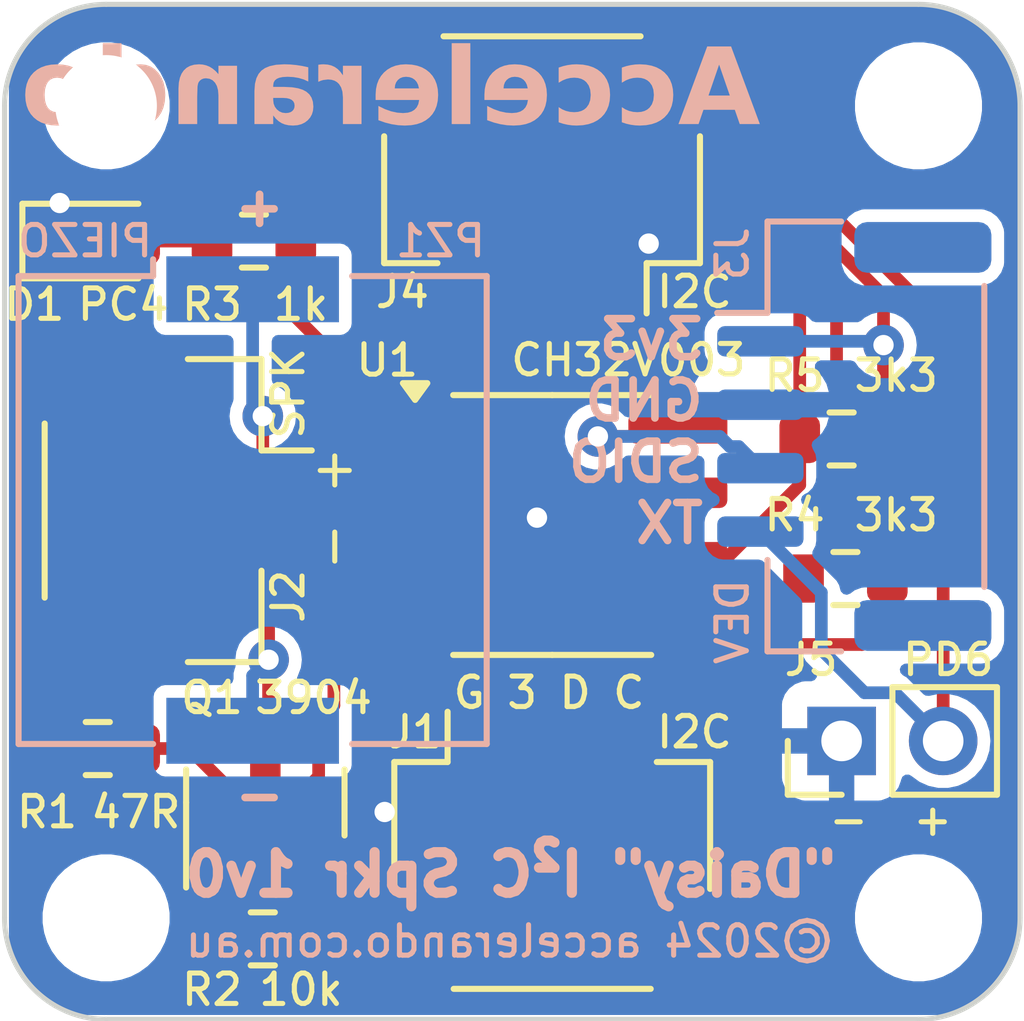
<source format=kicad_pcb>
(kicad_pcb (version 20240108) (generator "pcbnew") (generator_version "8.0")
  (layers (0 "F.Cu" signal) (31 "B.Cu" signal) (34 "B.Paste" user) (35 "F.Paste" user) (36 "B.SilkS" user "B.Silkscreen") (37 "F.SilkS" user "F.Silkscreen") (38 "B.Mask" user) (39 "F.Mask" user) (44 "Edge.Cuts" user))
  (net 0 "")
  (net 1 "GND")
  (net 2 "/SDA")
  (net 3 "/SCL")
  (net 4 "+3V3")
  (net 5 "/SPKR-")
  (net 6 "/AUDIO")
  (net 7 "/LED")
  (net 8 "/TX")
  (net 9 "/SDIO")
  (net 10 "/BASE")
  (net 11 "/LEDA")
  (footprint "Accelerando:MountingHole_2.0mm" (layer "F.Cu") (at 101.914214 82.085786)
    (property "Reference" "H1" (hide yes))
    (property "Value" "MountingHole" (hide yes))
    (pad "" np_thru_hole circle (at 0 0) (size 2 2) (drill 2) (layers "F&B.Cu" "*.Mask"))
  )
  (footprint "Resistor_SMD:R_0603_1608Metric" (layer "F.Cu") (at 101.75 94.75)
    (property "Reference" "R1" (at -1 1.25 360) (layer "F.SilkS") (effects (font (size 0.6 0.6) (thickness 0.1))))
    (property "Value" "47R" (at 0.75 1.25 360) (layer "F.SilkS") (effects (font (size 0.6 0.6) (thickness 0.1))))
    (fp_line (start -0.237258 -0.5225) (end 0.237258 -0.5225) (stroke (width 0.12)) (layer "F.SilkS"))
    (fp_line (start -0.237258 0.5225) (end 0.237258 0.5225) (stroke (width 0.12)) (layer "F.SilkS"))
    (pad "1" smd roundrect (at -0.825 0) (size 0.8 0.95) (layers "F.Cu" "F.Paste" "F.Mask") (net 10 "/BASE"))
    (pad "2" smd roundrect (at 0.825 0) (size 0.8 0.95) (layers "F.Cu" "F.Paste" "F.Mask") (net 6 "/AUDIO"))
  )
  (footprint "Connector_JST:JST_SH_SM04B-SRSS-TB_1x04-1MP_P1.00mm_Horizontal" (layer "F.Cu") (at 110.5 83.4 180)
    (property "Reference" "J4" (at 2.75 -2.35 180) (layer "F.SilkS") (effects (font (size 0.6 0.6) (thickness 0.1))))
    (property "Value" "I2C" (at -3 -2.35 180) (layer "F.SilkS") (effects (font (size 0.6 0.6) (thickness 0.1))))
    (fp_line (start 3.11 0.715) (end 3.11 -1.785) (stroke (width 0.12)) (layer "F.SilkS"))
    (fp_line (start 3.11 -1.785) (end 2.06 -1.785) (stroke (width 0.12)) (layer "F.SilkS"))
    (fp_line (start -1.94 2.685) (end 1.94 2.685) (stroke (width 0.12)) (layer "F.SilkS"))
    (fp_line (start -2.06 -1.785) (end -2.06 -2.775) (stroke (width 0.12)) (layer "F.SilkS"))
    (fp_line (start -3.11 0.715) (end -3.11 -1.785) (stroke (width 0.12)) (layer "F.SilkS"))
    (fp_line (start -3.11 -1.785) (end -2.06 -1.785) (stroke (width 0.12)) (layer "F.SilkS"))
    (pad "1" smd roundrect (at -1.5 -2 180) (size 0.6 1.55) (layers "F.Cu" "F.Paste" "F.Mask") (net 1 "GND"))
    (pad "2" smd roundrect (at -0.5 -2 180) (size 0.6 1.55) (layers "F.Cu" "F.Paste" "F.Mask") (net 4 "+3V3"))
    (pad "3" smd roundrect (at 0.5 -2 180) (size 0.6 1.55) (layers "F.Cu" "F.Paste" "F.Mask") (net 2 "/SDA"))
    (pad "4" smd roundrect (at 1.5 -2 180) (size 0.6 1.55) (layers "F.Cu" "F.Paste" "F.Mask") (net 3 "/SCL"))
    (pad "MP" smd roundrect (at -2.8 1.875 180) (size 1.2 1.8) (layers "F.Cu" "F.Paste" "F.Mask") (roundrect_rratio 0.208333))
    (pad "MP" smd roundrect (at 2.8 1.875 180) (size 1.2 1.8) (layers "F.Cu" "F.Paste" "F.Mask") (roundrect_rratio 0.208333))
  )
  (footprint "Accelerando:MountingHole_2.0mm" (layer "F.Cu") (at 117.914214 98.085786)
    (property "Reference" "H3" (hide yes))
    (property "Value" "MountingHole" (hide yes))
    (pad "" np_thru_hole circle (at 0 0) (size 2 2) (drill 2) (layers "F&B.Cu" "*.Mask"))
  )
  (footprint "Connector_PinHeader_2.00mm:PinHeader_1x02_P2.00mm_Vertical" (layer "F.Cu") (at 116.4 94.6 90)
    (property "Reference" "J5" (at 1.6 -0.6 0) (layer "F.SilkS") (effects (font (size 0.6 0.6) (thickness 0.1) (bold yes))))
    (property "Value" "PD6" (at 1.6 2.1 0) (layer "F.SilkS") (effects (font (size 0.6 0.6) (thickness 0.1) (bold yes))))
    (fp_line (start -1.06 -1.06) (end 0 -1.06) (stroke (width 0.12)) (layer "F.SilkS"))
    (fp_line (start -1.06 0) (end -1.06 -1.06) (stroke (width 0.12)) (layer "F.SilkS"))
    (fp_line (start 1.06 1) (end 1.06 3.06) (stroke (width 0.12)) (layer "F.SilkS"))
    (fp_line (start -1.06 1) (end 1.06 1) (stroke (width 0.12)) (layer "F.SilkS"))
    (fp_line (start -1.06 1) (end -1.06 3.06) (stroke (width 0.12)) (layer "F.SilkS"))
    (fp_line (start -1.06 3.06) (end 1.06 3.06) (stroke (width 0.12)) (layer "F.SilkS"))
    (pad "1" thru_hole rect (at 0 0 90) (size 1.35 1.35) (drill 0.8) (layers "*.Cu" "*.Mask") (net 1 "GND"))
    (pad "2" thru_hole oval (at 0 2 90) (size 1.35 1.35) (drill 0.8) (layers "*.Cu" "*.Mask") (net 8 "/TX"))
  )
  (footprint "Package_SO:SOIC-8_3.9x4.9mm_P1.27mm" (layer "F.Cu") (at 110.7 90.345)
    (property "Reference" "U1" (at -3.25 -3.245 180) (layer "F.SilkS") (effects (font (size 0.6 0.6) (thickness 0.1))))
    (property "Value" "CH32V003" (at 1.5 -3.25 180) (layer "F.SilkS") (effects (font (size 0.6 0.6) (thickness 0.1))))
    (fp_line (start 0 -2.56) (end -1.95 -2.56) (stroke (width 0.12)) (layer "F.SilkS"))
    (fp_line (start 0 -2.56) (end 1.95 -2.56) (stroke (width 0.12)) (layer "F.SilkS"))
    (fp_line (start 0 2.56) (end -1.95 2.56) (stroke (width 0.12)) (layer "F.SilkS"))
    (fp_line (start 0 2.56) (end 1.95 2.56) (stroke (width 0.12)) (layer "F.SilkS"))
    (fp_poly (pts (xy -2.7 -2.465) (xy -2.94 -2.795) (xy -2.46 -2.795) (xy -2.7 -2.465)) (stroke (width 0.12)) (fill solid) (layer "F.SilkS"))
    (pad "1" smd roundrect (at -2.475 -1.905) (size 1.95 0.6) (layers "F.Cu" "F.Paste" "F.Mask") (net 8 "/TX"))
    (pad "2" smd roundrect (at -2.475 -0.635) (size 1.95 0.6) (layers "F.Cu" "F.Paste" "F.Mask") (net 1 "GND"))
    (pad "3" smd roundrect (at -2.475 0.635) (size 1.95 0.6) (layers "F.Cu" "F.Paste" "F.Mask") (net 6 "/AUDIO"))
    (pad "4" smd roundrect (at -2.475 1.905) (size 1.95 0.6) (layers "F.Cu" "F.Paste" "F.Mask") (net 4 "+3V3"))
    (pad "5" smd roundrect (at 2.475 1.905) (size 1.95 0.6) (layers "F.Cu" "F.Paste" "F.Mask") (net 2 "/SDA"))
    (pad "6" smd roundrect (at 2.475 0.635) (size 1.95 0.6) (layers "F.Cu" "F.Paste" "F.Mask") (net 3 "/SCL"))
    (pad "7" smd roundrect (at 2.475 -0.635) (size 1.95 0.6) (layers "F.Cu" "F.Paste" "F.Mask") (net 7 "/LED"))
    (pad "8" smd roundrect (at 2.475 -1.905) (size 1.95 0.6) (layers "F.Cu" "F.Paste" "F.Mask") (net 9 "/SDIO"))
  )
  (footprint "LED_SMD:LED_0603_1608Metric" (layer "F.Cu") (at 101.75 84.75)
    (property "Reference" "D1" (at -1.25 1.25 360) (layer "F.SilkS") (effects (font (size 0.6 0.6) (thickness 0.1))))
    (property "Value" "PC4" (at 0.5 1.25 360) (layer "F.SilkS") (effects (font (size 0.6 0.6) (thickness 0.1))))
    (fp_line (start -1.485 -0.735) (end -1.485 0.735) (stroke (width 0.12)) (layer "F.SilkS"))
    (fp_line (start -1.485 0.735) (end 0.8 0.735) (stroke (width 0.12)) (layer "F.SilkS"))
    (fp_line (start 0.8 -0.735) (end -1.485 -0.735) (stroke (width 0.12)) (layer "F.SilkS"))
    (pad "1" smd roundrect (at -0.7875 0) (size 0.875 0.95) (layers "F.Cu" "F.Paste" "F.Mask") (net 1 "GND"))
    (pad "2" smd roundrect (at 0.7875 0) (size 0.875 0.95) (layers "F.Cu" "F.Paste" "F.Mask") (net 11 "/LEDA"))
  )
  (footprint "Resistor_SMD:R_0603_1608Metric" (layer "F.Cu") (at 104.825 84.75 180)
    (property "Reference" "R3" (at 0.825 -1.25 180) (layer "F.SilkS") (effects (font (size 0.6 0.6) (thickness 0.1))))
    (property "Value" "1k" (at -0.925 -1.25 180) (layer "F.SilkS") (effects (font (size 0.6 0.6) (thickness 0.1))))
    (fp_line (start -0.237258 0.5225) (end 0.237258 0.5225) (stroke (width 0.12)) (layer "F.SilkS"))
    (fp_line (start -0.237258 -0.5225) (end 0.237258 -0.5225) (stroke (width 0.12)) (layer "F.SilkS"))
    (pad "1" smd roundrect (at -0.825 0 180) (size 0.8 0.95) (layers "F.Cu" "F.Paste" "F.Mask") (net 7 "/LED"))
    (pad "2" smd roundrect (at 0.825 0 180) (size 0.8 0.95) (layers "F.Cu" "F.Paste" "F.Mask") (net 11 "/LEDA"))
  )
  (footprint "Accelerando:MountingHole_2.0mm" (layer "F.Cu") (at 117.914214 82.085786)
    (property "Reference" "H4" (hide yes))
    (property "Value" "MountingHole" (hide yes))
    (pad "" np_thru_hole circle (at 0 0) (size 2 2) (drill 2) (layers "F&B.Cu" "*.Mask"))
  )
  (footprint "Connector_JST:JST_SH_SM04B-SRSS-TB_1x04-1MP_P1.00mm_Horizontal" (layer "F.Cu") (at 110.7 96.8)
    (property "Reference" "J1" (at -2.7 -2.375 360) (layer "F.SilkS") (effects (font (size 0.6 0.6) (thickness 0.1))))
    (property "Value" "I2C" (at 2.8 -2.375 0) (layer "F.SilkS") (effects (font (size 0.6 0.6) (thickness 0.1))))
    (fp_line (start -3.11 -1.785) (end -2.06 -1.785) (stroke (width 0.12)) (layer "F.SilkS"))
    (fp_line (start -3.11 0.715) (end -3.11 -1.785) (stroke (width 0.12)) (layer "F.SilkS"))
    (fp_line (start -2.06 -1.785) (end -2.06 -2.775) (stroke (width 0.12)) (layer "F.SilkS"))
    (fp_line (start -1.94 2.685) (end 1.94 2.685) (stroke (width 0.12)) (layer "F.SilkS"))
    (fp_line (start 3.11 -1.785) (end 2.06 -1.785) (stroke (width 0.12)) (layer "F.SilkS"))
    (fp_line (start 3.11 0.715) (end 3.11 -1.785) (stroke (width 0.12)) (layer "F.SilkS"))
    (pad "1" smd roundrect (at -1.5 -2) (size 0.6 1.55) (layers "F.Cu" "F.Paste" "F.Mask") (net 1 "GND"))
    (pad "2" smd roundrect (at -0.5 -2) (size 0.6 1.55) (layers "F.Cu" "F.Paste" "F.Mask") (net 4 "+3V3"))
    (pad "3" smd roundrect (at 0.5 -2) (size 0.6 1.55) (layers "F.Cu" "F.Paste" "F.Mask") (net 2 "/SDA"))
    (pad "4" smd roundrect (at 1.5 -2) (size 0.6 1.55) (layers "F.Cu" "F.Paste" "F.Mask") (net 3 "/SCL"))
    (pad "MP" smd roundrect (at -2.8 1.875) (size 1.2 1.8) (layers "F.Cu" "F.Paste" "F.Mask") (roundrect_rratio 0.2083333333))
    (pad "MP" smd roundrect (at 2.8 1.875) (size 1.2 1.8) (layers "F.Cu" "F.Paste" "F.Mask") (roundrect_rratio 0.2083333333))
  )
  (footprint "Accelerando:MountingHole_2.0mm" (layer "F.Cu") (at 101.914214 98.085786)
    (property "Reference" "H2" (hide yes))
    (property "Value" "MountingHole" (hide yes))
    (pad "" np_thru_hole circle (at 0 0) (size 2 2) (drill 2) (layers "F&B.Cu" "*.Mask"))
  )
  (footprint "Resistor_SMD:R_0603_1608Metric" (layer "F.Cu") (at 116.475 91.4)
    (property "Reference" "R4" (at -1 -1.25 0) (layer "F.SilkS") (effects (font (size 0.6 0.6) (thickness 0.1))))
    (property "Value" "3k3" (at 1 -1.25 0) (layer "F.SilkS") (effects (font (size 0.6 0.6) (thickness 0.1))))
    (fp_line (start -0.237258 -0.5225) (end 0.237258 -0.5225) (stroke (width 0.12)) (layer "F.SilkS"))
    (fp_line (start -0.237258 0.5225) (end 0.237258 0.5225) (stroke (width 0.12)) (layer "F.SilkS"))
    (pad "1" smd roundrect (at -0.825 0) (size 0.8 0.95) (layers "F.Cu" "F.Paste" "F.Mask") (net 2 "/SDA"))
    (pad "2" smd roundrect (at 0.825 0) (size 0.8 0.95) (layers "F.Cu" "F.Paste" "F.Mask") (net 4 "+3V3"))
  )
  (footprint "Resistor_SMD:R_0603_1608Metric" (layer "F.Cu") (at 105 98.5 180)
    (property "Reference" "R2" (at 1 -1 180) (layer "F.SilkS") (effects (font (size 0.6 0.6) (thickness 0.1))))
    (property "Value" "10k" (at -0.75 -1 180) (layer "F.SilkS") (effects (font (size 0.6 0.6) (thickness 0.1))))
    (fp_line (start -0.237258 0.5225) (end 0.237258 0.5225) (stroke (width 0.12)) (layer "F.SilkS"))
    (fp_line (start -0.237258 -0.5225) (end 0.237258 -0.5225) (stroke (width 0.12)) (layer "F.SilkS"))
    (pad "1" smd roundrect (at -0.825 0 180) (size 0.8 0.95) (layers "F.Cu" "F.Paste" "F.Mask") (net 1 "GND"))
    (pad "2" smd roundrect (at 0.825 0 180) (size 0.8 0.95) (layers "F.Cu" "F.Paste" "F.Mask") (net 10 "/BASE"))
  )
  (footprint "Resistor_SMD:R_0603_1608Metric" (layer "F.Cu") (at 116.4 88.65)
    (property "Reference" "R5" (at -0.925 -1.25 0) (layer "F.SilkS") (effects (font (size 0.6 0.6) (thickness 0.1))))
    (property "Value" "3k3" (at 1.075 -1.25 0) (layer "F.SilkS") (effects (font (size 0.6 0.6) (thickness 0.1))))
    (fp_line (start -0.237258 -0.5225) (end 0.237258 -0.5225) (stroke (width 0.12)) (layer "F.SilkS"))
    (fp_line (start -0.237258 0.5225) (end 0.237258 0.5225) (stroke (width 0.12)) (layer "F.SilkS"))
    (pad "1" smd roundrect (at -0.825 0) (size 0.8 0.95) (layers "F.Cu" "F.Paste" "F.Mask") (net 3 "/SCL"))
    (pad "2" smd roundrect (at 0.825 0) (size 0.8 0.95) (layers "F.Cu" "F.Paste" "F.Mask") (net 4 "+3V3"))
  )
  (footprint "Package_TO_SOT_SMD:SOT-23" (layer "F.Cu") (at 105.05 95.8125 90)
    (property "Reference" "Q1" (at 2.0625 -1.05 360) (layer "F.SilkS") (effects (font (size 0.6 0.6) (thickness 0.1))))
    (property "Value" "3904" (at 2.0625 0.95 360) (layer "F.SilkS") (effects (font (size 0.6 0.6) (thickness 0.1))))
    (fp_line (start 0 -1.56) (end 0.65 -1.56) (stroke (width 0.12)) (layer "F.SilkS"))
    (fp_line (start 0 -1.56) (end -1.675 -1.56) (stroke (width 0.12)) (layer "F.SilkS"))
    (fp_line (start 0 1.56) (end 0.65 1.56) (stroke (width 0.12)) (layer "F.SilkS"))
    (fp_line (start 0 1.56) (end -0.65 1.56) (stroke (width 0.12)) (layer "F.SilkS"))
    (pad "1" smd roundrect (at -0.9375 -0.95 90) (size 1.475 0.6) (layers "F.Cu" "F.Paste" "F.Mask") (net 10 "/BASE"))
    (pad "2" smd roundrect (at -0.9375 0.95 90) (size 1.475 0.6) (layers "F.Cu" "F.Paste" "F.Mask") (net 1 "GND"))
    (pad "3" smd roundrect (at 0.9375 0 90) (size 1.475 0.6) (layers "F.Cu" "F.Paste" "F.Mask") (net 5 "/SPKR-"))
  )
  (footprint "Connector_JST:JST_GH_SM02B-GHS-TB_1x02-1MP_P1.25mm_Horizontal" (layer "F.Cu") (at 103.264214 90.060786 -90)
    (property "Reference" "J2" (at 1.689214 -2.235786 90) (layer "F.SilkS") (effects (font (size 0.6 0.6) (thickness 0.1))))
    (property "Value" "SPK" (at -2.310786 -2.235786 90) (layer "F.SilkS") (effects (font (size 0.6 0.6) (thickness 0.1))))
    (fp_line (start -1.715 2.56) (end 1.715 2.56) (stroke (width 0.12)) (layer "F.SilkS"))
    (fp_line (start -2.985 -0.26) (end -2.985 -1.71) (stroke (width 0.12)) (layer "F.SilkS"))
    (fp_line (start 2.985 -0.26) (end 2.985 -1.71) (stroke (width 0.12)) (layer "F.SilkS"))
    (fp_line (start -2.985 -1.71) (end -1.185 -1.71) (stroke (width 0.12)) (layer "F.SilkS"))
    (fp_line (start -1.185 -1.71) (end -1.185 -2.7) (stroke (width 0.12)) (layer "F.SilkS"))
    (fp_line (start 2.985 -1.71) (end 1.185 -1.71) (stroke (width 0.12)) (layer "F.SilkS"))
    (pad "1" smd roundrect (at -0.625 -1.85 270) (size 0.6 1.7) (layers "F.Cu" "F.Paste" "F.Mask") (net 4 "+3V3"))
    (pad "2" smd roundrect (at 0.625 -1.85 270) (size 0.6 1.7) (layers "F.Cu" "F.Paste" "F.Mask") (net 5 "/SPKR-"))
    (pad "MP" smd roundrect (at -2.475 1.35 270) (size 1 2.7) (layers "F.Cu" "F.Paste" "F.Mask"))
    (pad "MP" smd roundrect (at 2.475 1.35 270) (size 1 2.7) (layers "F.Cu" "F.Paste" "F.Mask"))
  )
  (footprint "Buzzer_Beeper:Buzzer_Murata_PKMCS0909E" (layer "B.Cu") (at 104.8 90.05 -90)
    (property "Reference" "PZ1" (at -5.3 -3.7 180) (layer "B.SilkS") (effects (font (size 0.6 0.6) (thickness 0.1)) (justify mirror)))
    (property "Value" "PIEZO" (at -5.3 3.3 180) (layer "B.SilkS") (effects (font (size 0.6 0.6) (thickness 0.1)) (justify mirror)))
    (fp_line (start -4.61 4.61) (end -4.61 1.96) (stroke (width 0.12)) (layer "B.SilkS"))
    (fp_line (start 4.61 4.61) (end -4.61 4.61) (stroke (width 0.12)) (layer "B.SilkS"))
    (fp_line (start -4.94 1.96) (end -4.61 1.96) (stroke (width 0.12)) (layer "B.SilkS"))
    (fp_line (start 4.61 1.96) (end 4.61 4.61) (stroke (width 0.12)) (layer "B.SilkS"))
    (fp_line (start -4.61 -1.96) (end -4.61 -4.61) (stroke (width 0.12)) (layer "B.SilkS"))
    (fp_line (start -4.61 -4.61) (end 4.61 -4.61) (stroke (width 0.12)) (layer "B.SilkS"))
    (fp_line (start 4.61 -4.61) (end 4.61 -1.96) (stroke (width 0.12)) (layer "B.SilkS"))
    (pad "1" smd rect (at -4.35 0 270) (size 1.3 3.4) (layers "B.Cu" "B.Paste" "B.Mask") (net 4 "+3V3"))
    (pad "2" smd rect (at 4.35 0 270) (size 1.3 3.4) (layers "B.Cu" "B.Paste" "B.Mask") (net 5 "/SPKR-"))
  )
  (footprint "Connector_JST:JST_GH_SM04B-GHS-TB_1x04-1MP_P1.25mm_Horizontal" (layer "B.Cu") (at 116.65 88.6 -90)
    (property "Reference" "J3" (at -3.6 2.4 90) (layer "B.SilkS") (effects (font (size 0.6 0.6) (thickness 0.1)) (justify mirror)))
    (property "Value" "DEV" (at 3.65 2.4 90) (layer "B.SilkS") (effects (font (size 0.6 0.6) (thickness 0.1)) (justify mirror)))
    (fp_line (start -2.435 2.7) (end -2.435 1.71) (stroke (width 0.12)) (layer "B.SilkS"))
    (fp_line (start -4.235 1.71) (end -4.235 0.26) (stroke (width 0.12)) (layer "B.SilkS"))
    (fp_line (start -2.435 1.71) (end -4.235 1.71) (stroke (width 0.12)) (layer "B.SilkS"))
    (fp_line (start 2.435 1.71) (end 4.235 1.71) (stroke (width 0.12)) (layer "B.SilkS"))
    (fp_line (start 4.235 1.71) (end 4.235 0.26) (stroke (width 0.12)) (layer "B.SilkS"))
    (fp_line (start 2.965 -2.56) (end -2.965 -2.56) (stroke (width 0.12)) (layer "B.SilkS"))
    (pad "1" smd roundrect (at -1.875 1.85 270) (size 0.6 1.7) (layers "B.Cu" "B.Paste" "B.Mask") (net 4 "+3V3"))
    (pad "2" smd roundrect (at -0.625 1.85 270) (size 0.6 1.7) (layers "B.Cu" "B.Paste" "B.Mask") (net 1 "GND"))
    (pad "3" smd roundrect (at 0.625 1.85 270) (size 0.6 1.7) (layers "B.Cu" "B.Paste" "B.Mask") (net 9 "/SDIO"))
    (pad "4" smd roundrect (at 1.875 1.85 270) (size 0.6 1.7) (layers "B.Cu" "B.Paste" "B.Mask") (net 8 "/TX"))
    (pad "MP" smd roundrect (at -3.725 -1.35 270) (size 1 2.7) (layers "B.Cu" "B.Paste" "B.Mask"))
    (pad "MP" smd roundrect (at 3.725 -1.35 270) (size 1 2.7) (layers "B.Cu" "B.Paste" "B.Mask"))
  )
  (gr_line (start 119.914214 82.085786) (end 119.914214 98.085786) (stroke (width 0.1)) (layer "Edge.Cuts"))
  (gr_line (start 117.914214 100.085786) (end 101.914214 100.085786) (stroke (width 0.1)) (layer "Edge.Cuts"))
  (gr_line (start 99.914214 98.085786) (end 99.914214 82.085786) (stroke (width 0.1)) (layer "Edge.Cuts"))
  (gr_line (start 101.914214 80.085786) (end 117.914214 80.085786) (stroke (width 0.1)) (layer "Edge.Cuts"))
  (gr_arc (start 117.914214 80.085786) (mid 119.328428 80.671572) (end 119.914214 82.085786) (stroke (width 0.1)) (layer "Edge.Cuts"))
  (gr_arc (start 99.914214 82.085786) (mid 100.5 80.671572) (end 101.914214 80.085786) (stroke (width 0.1)) (layer "Edge.Cuts"))
  (gr_arc (start 119.914214 98.085786) (mid 119.328428 99.5) (end 117.914214 100.085786) (stroke (width 0.1)) (layer "Edge.Cuts"))
  (gr_arc (start 101.914214 100.085786) (mid 100.5 99.5) (end 99.914214 98.085786) (stroke (width 0.1)) (layer "Edge.Cuts"))
  (gr_text "{dblquote}Daisy{dblquote} I²C Spkr 1v0\n" (at 116.4 97.7 0) (layer "B.SilkS") (effects (font (size 0.8 0.8) (thickness 0.2) (bold yes)) (justify left bottom mirror)))
  (gr_text "Accelerando" (at 114.8 82.7 0) (layer "B.SilkS") (effects (font (size 1.5 1.5) (thickness 0.3) (bold yes)) (justify left bottom mirror)))
  (gr_text "3v3\nGND\nSDIO\nTX" (at 113.75 90.75 0) (layer "B.SilkS") (effects (font (size 0.75 0.75) (thickness 0.15) (bold yes)) (justify left bottom mirror)))
  (gr_text "+" (at 105.5 84.5 0) (layer "B.SilkS") (effects (font (size 0.75 0.75) (thickness 0.15) (bold yes)) (justify left bottom mirror)))
  (gr_text "©2024 accelerando.com.au" (at 116.3 98.9 0) (layer "B.SilkS") (effects (font (size 0.6 0.6) (thickness 0.1) (bold yes)) (justify left bottom mirror)))
  (gr_text "-" (at 105.5 96.1 0) (layer "B.SilkS") (effects (font (size 0.75 0.75) (thickness 0.15) (bold yes)) (justify left bottom mirror)))
  (gr_text "G 3 D C" (at 108.7 94 0) (layer "F.SilkS") (effects (font (size 0.6 0.6) (thickness 0.1) (bold yes)) (justify left bottom)))
  (gr_text "-  +" (at 116.1 96.5 0) (layer "F.SilkS") (effects (font (size 0.6 0.6) (thickness 0.1) (bold yes)) (justify left bottom)))
  (gr_text "- +" (at 106.8 91.3 90) (layer "F.SilkS") (effects (font (size 0.75 0.75) (thickness 0.1) (bold yes)) (justify left bottom)))
  (segment (start 109.2 94.8) (end 108.6 94.8) (width 0.25) (layer "F.Cu") (net 1))
  (segment (start 106.65 96.75) (end 107.4 96) (width 0.25) (layer "F.Cu") (net 1))
  (segment (start 105.825 96.925) (end 106 96.75) (width 0.25) (layer "F.Cu") (net 1))
  (segment (start 108.6 94.8) (end 107.4 96) (width 0.25) (layer "F.Cu") (net 1))
  (segment (start 112 85.4) (end 112.6 84.8) (width 0.25) (layer "F.Cu") (net 1))
  (segment (start 106 96.75) (end 106.65 96.75) (width 0.25) (layer "F.Cu") (net 1))
  (segment (start 109.91 89.71) (end 110.4 90.2) (width 0.25) (layer "F.Cu") (net 1))
  (segment (start 100.9625 84.0375) (end 101 84) (width 0.25) (layer "F.Cu") (net 1))
  (segment (start 108.225 89.71) (end 109.91 89.71) (width 0.25) (layer "F.Cu") (net 1))
  (segment (start 105.825 98.5) (end 105.825 96.925) (width 0.25) (layer "F.Cu") (net 1))
  (segment (start 100.9625 84.75) (end 100.9625 84.0375) (width 0.25) (layer "F.Cu") (net 1))
  (via (at 110.4 90.2) (size 0.8) (drill 0.4) (layers "F.Cu" "B.Cu") (net 1))
  (via (at 112.6 84.8) (size 0.8) (drill 0.4) (layers "F.Cu" "B.Cu") (net 1))
  (via (at 101 84) (size 0.8) (drill 0.4) (layers "F.Cu" "B.Cu") (net 1))
  (via (at 107.4 96) (size 0.8) (drill 0.4) (layers "F.Cu" "B.Cu") (net 1))
  (segment (start 116.3 90.75) (end 115.65 91.4) (width 0.25) (layer "F.Cu") (net 2))
  (segment (start 112.9 96.5) (end 111.3 96.5) (width 0.25) (layer "F.Cu") (net 2))
  (segment (start 110 86.3) (end 109.7 86.6) (width 0.25) (layer "F.Cu") (net 2))
  (segment (start 116.3 85.565685) (end 116.3 90.75) (width 0.25) (layer "F.Cu") (net 2))
  (segment (start 114.334315 83.6) (end 116.3 85.565685) (width 0.25) (layer "F.Cu") (net 2))
  (segment (start 113.175 92.25) (end 113.175 96.225) (width 0.25) (layer "F.Cu") (net 2))
  (segment (start 109.7 86.6) (end 108.819804 86.6) (width 0.25) (layer "F.Cu") (net 2))
  (segment (start 111.3 96.5) (end 111.3 96.4) (width 0.25) (layer "F.Cu") (net 2))
  (segment (start 114.8 92.25) (end 115.65 91.4) (width 0.25) (layer "F.Cu") (net 2))
  (segment (start 110 85.4) (end 110 86.3) (width 0.25) (layer "F.Cu") (net 2))
  (segment (start 108.819804 86.6) (end 108.425 86.205196) (width 0.25) (layer "F.Cu") (net 2))
  (segment (start 108.425 84.209314) (end 109.034314 83.6) (width 0.25) (layer "F.Cu") (net 2))
  (segment (start 111.2 96.3) (end 111.2 94.8) (width 0.25) (layer "F.Cu") (net 2))
  (segment (start 111.3 96.4) (end 111.2 96.3) (width 0.25) (layer "F.Cu") (net 2))
  (segment (start 113.175 92.25) (end 114.8 92.25) (width 0.25) (layer "F.Cu") (net 2))
  (segment (start 108.425 86.205196) (end 108.425 84.209314) (width 0.25) (layer "F.Cu") (net 2))
  (segment (start 109.034314 83.6) (end 114.334315 83.6) (width 0.25) (layer "F.Cu") (net 2))
  (segment (start 113.175 96.225) (end 112.9 96.5) (width 0.25) (layer "F.Cu") (net 2))
  (segment (start 109.4 84) (end 114.16863 84) (width 0.25) (layer "F.Cu") (net 3))
  (segment (start 115.575 85.40637) (end 115.575 88.65) (width 0.25) (layer "F.Cu") (net 3))
  (segment (start 115.575 89.554999) (end 115.575 88.65) (width 0.25) (layer "F.Cu") (net 3))
  (segment (start 111.8 93.625001) (end 111.8 91.380001) (width 0.25) (layer "F.Cu") (net 3))
  (segment (start 109 85.4) (end 109 84.4) (width 0.25) (layer "F.Cu") (net 3))
  (segment (start 112.2 94.025001) (end 111.8 93.625001) (width 0.25) (layer "F.Cu") (net 3))
  (segment (start 109 84.4) (end 109.4 84) (width 0.25) (layer "F.Cu") (net 3))
  (segment (start 114.16863 84) (end 115.575 85.40637) (width 0.25) (layer "F.Cu") (net 3))
  (segment (start 112.2 94.8) (end 112.2 94.025001) (width 0.25) (layer "F.Cu") (net 3))
  (segment (start 114.149999 90.98) (end 115.575 89.554999) (width 0.25) (layer "F.Cu") (net 3))
  (segment (start 111.8 91.380001) (end 112.200001 90.98) (width 0.25) (layer "F.Cu") (net 3))
  (segment (start 112.200001 90.98) (end 113.175 90.98) (width 0.25) (layer "F.Cu") (net 3))
  (segment (start 113.175 90.98) (end 114.149999 90.98) (width 0.25) (layer "F.Cu") (net 3))
  (segment (start 110.2 96.8) (end 110.6 97.2) (width 0.25) (layer "F.Cu") (net 4))
  (segment (start 114 94.3) (end 115.6 92.7) (width 0.25) (layer "F.Cu") (net 4))
  (segment (start 110.2 92.6) (end 110.2 94.8) (width 0.25) (layer "F.Cu") (net 4))
  (segment (start 117.225 88.65) (end 117.225 86.8) (width 0.25) (layer "F.Cu") (net 4))
  (segment (start 108.8 83.2) (end 108 84) (width 0.25) (layer "F.Cu") (net 4))
  (segment (start 109.8 90.974804) (end 109.8 92.05) (width 0.25) (layer "F.Cu") (net 4))
  (segment (start 108.225 92.25) (end 109.85 92.25) (width 0.25) (layer "F.Cu") (net 4))
  (segment (start 111 86.6) (end 111 85.4) (width 0.25) (layer "F.Cu") (net 4))
  (segment (start 108 84) (end 108 86.6) (width 0.25) (layer "F.Cu") (net 4))
  (segment (start 109.85 92.25) (end 110.2 92.6) (width 0.25) (layer "F.Cu") (net 4))
  (segment (start 110.6 87) (end 111 86.6) (width 0.25) (layer "F.Cu") (net 4))
  (segment (start 105 88.2) (end 105 89.321572) (width 0.25) (layer "F.Cu") (net 4))
  (segment (start 117.225 85.825) (end 114.6 83.2) (width 0.25) (layer "F.Cu") (net 4))
  (segment (start 109.6 92.25) (end 108.225 92.25) (width 0.25) (layer "F.Cu") (net 4))
  (segment (start 105.114214 89.435786) (end 105.735786 89.435786) (width 0.25) (layer "F.Cu") (net 4))
  (segment (start 108.4 87) (end 110.6 87) (width 0.25) (layer "F.Cu") (net 4))
  (segment (start 115.6 92.7) (end 116.8 92.7) (width 0.25) (layer "F.Cu") (net 4))
  (segment (start 117.3 92.2) (end 117.3 91.4) (width 0.25) (layer "F.Cu") (net 4))
  (segment (start 117.3 91.4) (end 117.3 88.725) (width 0.25) (layer "F.Cu") (net 4))
  (segment (start 105 89.321572) (end 105.114214 89.435786) (width 0.25) (layer "F.Cu") (net 4))
  (segment (start 114 96.4) (end 114 94.3) (width 0.25) (layer "F.Cu") (net 4))
  (segment (start 117.225 86.8) (end 117.225 85.825) (width 0.25) (layer "F.Cu") (net 4))
  (segment (start 105.735786 89.435786) (end 106.7 90.4) (width 0.25) (layer "F.Cu") (net 4))
  (segment (start 108 86.6) (end 108.4 87) (width 0.25) (layer "F.Cu") (net 4))
  (segment (start 117.3 88.725) (end 117.225 88.65) (width 0.25) (layer "F.Cu") (net 4))
  (segment (start 110.2 94.8) (end 110.2 96.8) (width 0.25) (layer "F.Cu") (net 4))
  (segment (start 113.2 97.2) (end 114 96.4) (width 0.25) (layer "F.Cu") (net 4))
  (segment (start 116.8 92.7) (end 117.3 92.2) (width 0.25) (layer "F.Cu") (net 4))
  (segment (start 110.6 97.2) (end 113.2 97.2) (width 0.25) (layer "F.Cu") (net 4))
  (segment (start 109.8 92.05) (end 109.6 92.25) (width 0.25) (layer "F.Cu") (net 4))
  (segment (start 109.225196 90.4) (end 109.8 90.974804) (width 0.25) (layer "F.Cu") (net 4))
  (segment (start 106.7 90.4) (end 109.225196 90.4) (width 0.25) (layer "F.Cu") (net 4))
  (segment (start 114.6 83.2) (end 108.8 83.2) (width 0.25) (layer "F.Cu") (net 4))
  (via (at 117.225 86.8) (size 0.8) (drill 0.4) (layers "F.Cu" "B.Cu") (net 4))
  (via (at 105 88.2) (size 0.8) (drill 0.4) (layers "F.Cu" "B.Cu") (net 4))
  (segment (start 104.8 85.7) (end 104.8 88) (width 0.25) (layer "B.Cu") (net 4))
  (segment (start 117.15 86.725) (end 117.225 86.8) (width 0.25) (layer "B.Cu") (net 4))
  (segment (start 104.8 88) (end 105 88.2) (width 0.25) (layer "B.Cu") (net 4))
  (segment (start 114.8 86.725) (end 117.15 86.725) (width 0.25) (layer "B.Cu") (net 4))
  (segment (start 105.114214 90.685786) (end 105.114214 93) (width 0.25) (layer "F.Cu") (net 5))
  (segment (start 105.114214 94.810786) (end 105.05 94.875) (width 0.25) (layer "F.Cu") (net 5))
  (segment (start 105.114214 93) (end 105.114214 94.810786) (width 0.25) (layer "F.Cu") (net 5))
  (via (at 105.114214 93) (size 0.8) (drill 0.4) (layers "F.Cu" "B.Cu") (net 5))
  (segment (start 104.8 94.4) (end 104.8 93.314214) (width 0.25) (layer "B.Cu") (net 5))
  (segment (start 104.8 93.314214) (end 105.114214 93) (width 0.25) (layer "B.Cu") (net 5))
  (segment (start 105.5125 95.8875) (end 104.6875 95.8875) (width 0.25) (layer "F.Cu") (net 6))
  (segment (start 106.4 93.9) (end 106.1 94.2) (width 0.25) (layer "F.Cu") (net 6))
  (segment (start 104.6875 95.8875) (end 103.55 94.75) (width 0.25) (layer "F.Cu") (net 6))
  (segment (start 103.55 94.75) (end 102.575 94.75) (width 0.25) (layer "F.Cu") (net 6))
  (segment (start 106.1 95.3) (end 105.5125 95.8875) (width 0.25) (layer "F.Cu") (net 6))
  (segment (start 108.225 90.98) (end 107.250001 90.98) (width 0.25) (layer "F.Cu") (net 6))
  (segment (start 106.4 91.830001) (end 106.4 93.9) (width 0.25) (layer "F.Cu") (net 6))
  (segment (start 106.1 94.2) (end 106.1 95.3) (width 0.25) (layer "F.Cu") (net 6))
  (segment (start 107.250001 90.98) (end 106.4 91.830001) (width 0.25) (layer "F.Cu") (net 6))
  (segment (start 107.335 89.135) (end 106.1 87.9) (width 0.25) (layer "F.Cu") (net 7))
  (segment (start 111.01 89.71) (end 110.435 89.135) (width 0.25) (layer "F.Cu") (net 7))
  (segment (start 113.175 89.71) (end 111.01 89.71) (width 0.25) (layer "F.Cu") (net 7))
  (segment (start 106.1 86.7) (end 105.65 86.25) (width 0.25) (layer "F.Cu") (net 7))
  (segment (start 106.1 87.9) (end 106.1 86.7) (width 0.25) (layer "F.Cu") (net 7))
  (segment (start 105.65 86.25) (end 105.65 84.75) (width 0.25) (layer "F.Cu") (net 7))
  (segment (start 110.435 89.135) (end 107.335 89.135) (width 0.25) (layer "F.Cu") (net 7))
  (segment (start 118.4 86.4) (end 114.8 82.8) (width 0.25) (layer "F.Cu") (net 8))
  (segment (start 114.8 82.8) (end 108.6 82.8) (width 0.25) (layer "F.Cu") (net 8))
  (segment (start 107.6 83.8) (end 107.6 87.815) (width 0.25) (layer "F.Cu") (net 8))
  (segment (start 108.6 82.8) (end 107.6 83.8) (width 0.25) (layer "F.Cu") (net 8))
  (segment (start 118.4 94.6) (end 118.4 86.4) (width 0.25) (layer "F.Cu") (net 8))
  (segment (start 107.6 87.815) (end 108.225 88.44) (width 0.25) (layer "F.Cu") (net 8))
  (segment (start 116 91.675) (end 116 92.8) (width 0.25) (layer "B.Cu") (net 8))
  (segment (start 114.8 90.475) (end 116 91.675) (width 0.25) (layer "B.Cu") (net 8))
  (segment (start 116.85 93.65) (end 117.45 93.65) (width 0.25) (layer "B.Cu") (net 8))
  (segment (start 116 92.8) (end 116.85 93.65) (width 0.25) (layer "B.Cu") (net 8))
  (segment (start 117.45 93.65) (end 118.4 94.6) (width 0.25) (layer "B.Cu") (net 8))
  (segment (start 113.015 88.6) (end 113.175 88.44) (width 0.25) (layer "F.Cu") (net 9))
  (segment (start 111.6 88.6) (end 113.015 88.6) (width 0.25) (layer "F.Cu") (net 9))
  (via (at 111.6 88.6) (size 0.8) (drill 0.4) (layers "F.Cu" "B.Cu") (net 9))
  (segment (start 114 88.6) (end 111.6 88.6) (width 0.25) (layer "B.Cu") (net 9))
  (segment (start 114.375 88.8) (end 114.2 88.8) (width 0.25) (layer "B.Cu") (net 9))
  (segment (start 114.8 89.225) (end 114.375 88.8) (width 0.25) (layer "B.Cu") (net 9))
  (segment (start 114.2 88.8) (end 114 88.6) (width 0.25) (layer "B.Cu") (net 9))
  (segment (start 104.1 96.75) (end 103.75 96.75) (width 0.25) (layer "F.Cu") (net 10))
  (segment (start 102.9 95.9) (end 101.1 95.9) (width 0.25) (layer "F.Cu") (net 10))
  (segment (start 104.1 96.75) (end 104.1 98.425) (width 0.25) (layer "F.Cu") (net 10))
  (segment (start 101.1 95.9) (end 100.925 95.725) (width 0.25) (layer "F.Cu") (net 10))
  (segment (start 104.1 98.425) (end 104.175 98.5) (width 0.25) (layer "F.Cu") (net 10))
  (segment (start 100.925 95.725) (end 100.925 94.75) (width 0.25) (layer "F.Cu") (net 10))
  (segment (start 103.75 96.75) (end 102.9 95.9) (width 0.25) (layer "F.Cu") (net 10))
  (segment (start 104 84.75) (end 102.5375 84.75) (width 0.25) (layer "F.Cu") (net 11))
  (zone (net 1) (net_name "GND") (layer "B.Cu") (priority 1) (connect_pads (clearance 0.25)) (min_thickness 0.25) (fill yes (thermal_gap 0.5) (thermal_bridge_width 0.5))
    (polygon (pts (xy 100 100) (xy 120 100) (xy 120 80) (xy 100 80)))
  )
)
</source>
